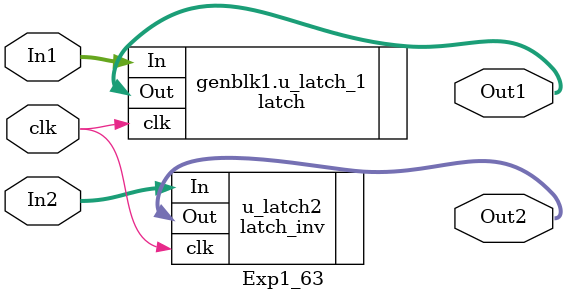
<source format=v>



`timescale 1 ns / 1 ns

module Exp1_63
          (clk,
           In1,
           In2,
           Out1,
           Out2);


  input   clk;
  input   [31:0] In1;  // uint32
  input   [31:0] In2;  // uint32
  output  [31:0] Out1;  // uint32
  output  [31:0] Out2;
reg [31:0] Delay_out1;  // uint32

   parameter I1 =0 ;
 
if (I1 == 0) begin
 latch u_latch_1(.clk(clk),.In(In1),.Out(Out1));
   end
 else begin
 	 latch_inv u_latch1 (.clk(clk),.In(In1),.Out(Out1));
 end 


    latch_inv u_latch2 (.clk(clk),.In(In2),.Out(Out2));







endmodule  // Exp1_63


</source>
